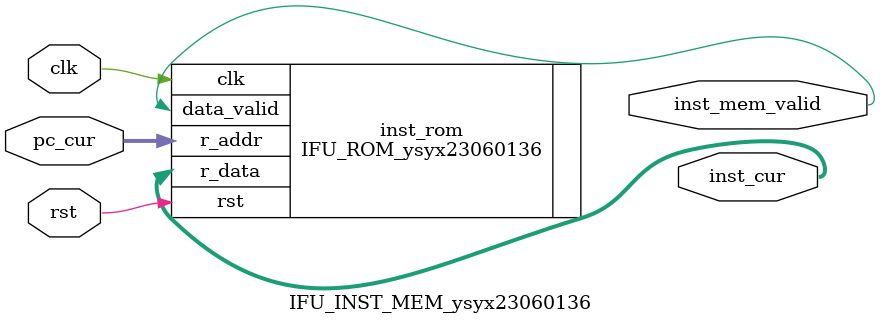
<source format=sv>
/*
 * @Author: Juqi Li @ NJU 
 * @Date: 2024-02-15 22:20:59 
 * @Last Modified by: Juqi Li @ NJU
 * @Last Modified time: 2024-02-18 20:57:18
 */

`include "IFU_DEFINES_ysyx23060136.sv"

// instruction read-only memory
// ===========================================================================

module IFU_INST_MEM_ysyx23060136(
        input                 clk,
        input                 rst,
        input  logic [31 : 0] pc_cur,
        output logic [31 : 0] inst_cur,
        output                inst_mem_valid
    );

    IFU_ROM_ysyx23060136 inst_rom(
                         .clk(clk),
                         .rst(rst),
                         .r_addr(pc_cur),
                         .r_data(inst_cur),
                         .data_valid(inst_mem_valid)
                     );

endmodule


</source>
